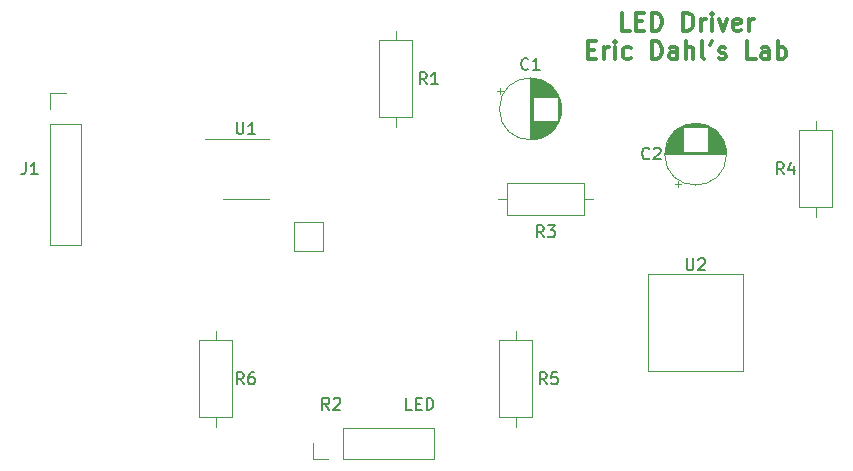
<source format=gto>
%TF.GenerationSoftware,KiCad,Pcbnew,(6.0.2-0)*%
%TF.CreationDate,2022-08-31T15:30:50-04:00*%
%TF.ProjectId,LED Driver,4c454420-4472-4697-9665-722e6b696361,rev?*%
%TF.SameCoordinates,Original*%
%TF.FileFunction,Legend,Top*%
%TF.FilePolarity,Positive*%
%FSLAX46Y46*%
G04 Gerber Fmt 4.6, Leading zero omitted, Abs format (unit mm)*
G04 Created by KiCad (PCBNEW (6.0.2-0)) date 2022-08-31 15:30:50*
%MOMM*%
%LPD*%
G01*
G04 APERTURE LIST*
%ADD10C,0.150000*%
%ADD11C,0.300000*%
%ADD12C,0.120000*%
G04 APERTURE END LIST*
D10*
X127373142Y-137739380D02*
X126896952Y-137739380D01*
X126896952Y-136739380D01*
X127706476Y-137215571D02*
X128039809Y-137215571D01*
X128182666Y-137739380D02*
X127706476Y-137739380D01*
X127706476Y-136739380D01*
X128182666Y-136739380D01*
X128611238Y-137739380D02*
X128611238Y-136739380D01*
X128849333Y-136739380D01*
X128992190Y-136787000D01*
X129087428Y-136882238D01*
X129135047Y-136977476D01*
X129182666Y-137167952D01*
X129182666Y-137310809D01*
X129135047Y-137501285D01*
X129087428Y-137596523D01*
X128992190Y-137691761D01*
X128849333Y-137739380D01*
X128611238Y-137739380D01*
X120356333Y-137739380D02*
X120023000Y-137263190D01*
X119784904Y-137739380D02*
X119784904Y-136739380D01*
X120165857Y-136739380D01*
X120261095Y-136787000D01*
X120308714Y-136834619D01*
X120356333Y-136929857D01*
X120356333Y-137072714D01*
X120308714Y-137167952D01*
X120261095Y-137215571D01*
X120165857Y-137263190D01*
X119784904Y-137263190D01*
X120737285Y-136834619D02*
X120784904Y-136787000D01*
X120880142Y-136739380D01*
X121118238Y-136739380D01*
X121213476Y-136787000D01*
X121261095Y-136834619D01*
X121308714Y-136929857D01*
X121308714Y-137025095D01*
X121261095Y-137167952D01*
X120689666Y-137739380D01*
X121308714Y-137739380D01*
D11*
X145836285Y-105643071D02*
X145122000Y-105643071D01*
X145122000Y-104143071D01*
X146336285Y-104857357D02*
X146836285Y-104857357D01*
X147050571Y-105643071D02*
X146336285Y-105643071D01*
X146336285Y-104143071D01*
X147050571Y-104143071D01*
X147693428Y-105643071D02*
X147693428Y-104143071D01*
X148050571Y-104143071D01*
X148264857Y-104214500D01*
X148407714Y-104357357D01*
X148479142Y-104500214D01*
X148550571Y-104785928D01*
X148550571Y-105000214D01*
X148479142Y-105285928D01*
X148407714Y-105428785D01*
X148264857Y-105571642D01*
X148050571Y-105643071D01*
X147693428Y-105643071D01*
X150336285Y-105643071D02*
X150336285Y-104143071D01*
X150693428Y-104143071D01*
X150907714Y-104214500D01*
X151050571Y-104357357D01*
X151122000Y-104500214D01*
X151193428Y-104785928D01*
X151193428Y-105000214D01*
X151122000Y-105285928D01*
X151050571Y-105428785D01*
X150907714Y-105571642D01*
X150693428Y-105643071D01*
X150336285Y-105643071D01*
X151836285Y-105643071D02*
X151836285Y-104643071D01*
X151836285Y-104928785D02*
X151907714Y-104785928D01*
X151979142Y-104714500D01*
X152122000Y-104643071D01*
X152264857Y-104643071D01*
X152764857Y-105643071D02*
X152764857Y-104643071D01*
X152764857Y-104143071D02*
X152693428Y-104214500D01*
X152764857Y-104285928D01*
X152836285Y-104214500D01*
X152764857Y-104143071D01*
X152764857Y-104285928D01*
X153336285Y-104643071D02*
X153693428Y-105643071D01*
X154050571Y-104643071D01*
X155193428Y-105571642D02*
X155050571Y-105643071D01*
X154764857Y-105643071D01*
X154622000Y-105571642D01*
X154550571Y-105428785D01*
X154550571Y-104857357D01*
X154622000Y-104714500D01*
X154764857Y-104643071D01*
X155050571Y-104643071D01*
X155193428Y-104714500D01*
X155264857Y-104857357D01*
X155264857Y-105000214D01*
X154550571Y-105143071D01*
X155907714Y-105643071D02*
X155907714Y-104643071D01*
X155907714Y-104928785D02*
X155979142Y-104785928D01*
X156050571Y-104714500D01*
X156193428Y-104643071D01*
X156336285Y-104643071D01*
X142264857Y-107272357D02*
X142764857Y-107272357D01*
X142979142Y-108058071D02*
X142264857Y-108058071D01*
X142264857Y-106558071D01*
X142979142Y-106558071D01*
X143622000Y-108058071D02*
X143622000Y-107058071D01*
X143622000Y-107343785D02*
X143693428Y-107200928D01*
X143764857Y-107129500D01*
X143907714Y-107058071D01*
X144050571Y-107058071D01*
X144550571Y-108058071D02*
X144550571Y-107058071D01*
X144550571Y-106558071D02*
X144479142Y-106629500D01*
X144550571Y-106700928D01*
X144622000Y-106629500D01*
X144550571Y-106558071D01*
X144550571Y-106700928D01*
X145907714Y-107986642D02*
X145764857Y-108058071D01*
X145479142Y-108058071D01*
X145336285Y-107986642D01*
X145264857Y-107915214D01*
X145193428Y-107772357D01*
X145193428Y-107343785D01*
X145264857Y-107200928D01*
X145336285Y-107129500D01*
X145479142Y-107058071D01*
X145764857Y-107058071D01*
X145907714Y-107129500D01*
X147693428Y-108058071D02*
X147693428Y-106558071D01*
X148050571Y-106558071D01*
X148264857Y-106629500D01*
X148407714Y-106772357D01*
X148479142Y-106915214D01*
X148550571Y-107200928D01*
X148550571Y-107415214D01*
X148479142Y-107700928D01*
X148407714Y-107843785D01*
X148264857Y-107986642D01*
X148050571Y-108058071D01*
X147693428Y-108058071D01*
X149836285Y-108058071D02*
X149836285Y-107272357D01*
X149764857Y-107129500D01*
X149622000Y-107058071D01*
X149336285Y-107058071D01*
X149193428Y-107129500D01*
X149836285Y-107986642D02*
X149693428Y-108058071D01*
X149336285Y-108058071D01*
X149193428Y-107986642D01*
X149122000Y-107843785D01*
X149122000Y-107700928D01*
X149193428Y-107558071D01*
X149336285Y-107486642D01*
X149693428Y-107486642D01*
X149836285Y-107415214D01*
X150550571Y-108058071D02*
X150550571Y-106558071D01*
X151193428Y-108058071D02*
X151193428Y-107272357D01*
X151122000Y-107129500D01*
X150979142Y-107058071D01*
X150764857Y-107058071D01*
X150622000Y-107129500D01*
X150550571Y-107200928D01*
X152122000Y-108058071D02*
X151979142Y-107986642D01*
X151907714Y-107843785D01*
X151907714Y-106558071D01*
X152764857Y-106558071D02*
X152622000Y-106843785D01*
X153336285Y-107986642D02*
X153479142Y-108058071D01*
X153764857Y-108058071D01*
X153907714Y-107986642D01*
X153979142Y-107843785D01*
X153979142Y-107772357D01*
X153907714Y-107629500D01*
X153764857Y-107558071D01*
X153550571Y-107558071D01*
X153407714Y-107486642D01*
X153336285Y-107343785D01*
X153336285Y-107272357D01*
X153407714Y-107129500D01*
X153550571Y-107058071D01*
X153764857Y-107058071D01*
X153907714Y-107129500D01*
X156479142Y-108058071D02*
X155764857Y-108058071D01*
X155764857Y-106558071D01*
X157622000Y-108058071D02*
X157622000Y-107272357D01*
X157550571Y-107129500D01*
X157407714Y-107058071D01*
X157122000Y-107058071D01*
X156979142Y-107129500D01*
X157622000Y-107986642D02*
X157479142Y-108058071D01*
X157122000Y-108058071D01*
X156979142Y-107986642D01*
X156907714Y-107843785D01*
X156907714Y-107700928D01*
X156979142Y-107558071D01*
X157122000Y-107486642D01*
X157479142Y-107486642D01*
X157622000Y-107415214D01*
X158336285Y-108058071D02*
X158336285Y-106558071D01*
X158336285Y-107129500D02*
X158479142Y-107058071D01*
X158764857Y-107058071D01*
X158907714Y-107129500D01*
X158979142Y-107200928D01*
X159050571Y-107343785D01*
X159050571Y-107772357D01*
X158979142Y-107915214D01*
X158907714Y-107986642D01*
X158764857Y-108058071D01*
X158479142Y-108058071D01*
X158336285Y-107986642D01*
D10*
%TO.C,J1*%
X94662666Y-116800380D02*
X94662666Y-117514666D01*
X94615047Y-117657523D01*
X94519809Y-117752761D01*
X94376952Y-117800380D01*
X94281714Y-117800380D01*
X95662666Y-117800380D02*
X95091238Y-117800380D01*
X95376952Y-117800380D02*
X95376952Y-116800380D01*
X95281714Y-116943238D01*
X95186476Y-117038476D01*
X95091238Y-117086095D01*
%TO.C,C2*%
X147467333Y-116455142D02*
X147419714Y-116502761D01*
X147276857Y-116550380D01*
X147181619Y-116550380D01*
X147038761Y-116502761D01*
X146943523Y-116407523D01*
X146895904Y-116312285D01*
X146848285Y-116121809D01*
X146848285Y-115978952D01*
X146895904Y-115788476D01*
X146943523Y-115693238D01*
X147038761Y-115598000D01*
X147181619Y-115550380D01*
X147276857Y-115550380D01*
X147419714Y-115598000D01*
X147467333Y-115645619D01*
X147848285Y-115645619D02*
X147895904Y-115598000D01*
X147991142Y-115550380D01*
X148229238Y-115550380D01*
X148324476Y-115598000D01*
X148372095Y-115645619D01*
X148419714Y-115740857D01*
X148419714Y-115836095D01*
X148372095Y-115978952D01*
X147800666Y-116550380D01*
X148419714Y-116550380D01*
%TO.C,R1*%
X128611333Y-110180380D02*
X128278000Y-109704190D01*
X128039904Y-110180380D02*
X128039904Y-109180380D01*
X128420857Y-109180380D01*
X128516095Y-109228000D01*
X128563714Y-109275619D01*
X128611333Y-109370857D01*
X128611333Y-109513714D01*
X128563714Y-109608952D01*
X128516095Y-109656571D01*
X128420857Y-109704190D01*
X128039904Y-109704190D01*
X129563714Y-110180380D02*
X128992285Y-110180380D01*
X129278000Y-110180380D02*
X129278000Y-109180380D01*
X129182761Y-109323238D01*
X129087523Y-109418476D01*
X128992285Y-109466095D01*
%TO.C,U1*%
X112522095Y-113400380D02*
X112522095Y-114209904D01*
X112569714Y-114305142D01*
X112617333Y-114352761D01*
X112712571Y-114400380D01*
X112903047Y-114400380D01*
X112998285Y-114352761D01*
X113045904Y-114305142D01*
X113093523Y-114209904D01*
X113093523Y-113400380D01*
X114093523Y-114400380D02*
X113522095Y-114400380D01*
X113807809Y-114400380D02*
X113807809Y-113400380D01*
X113712571Y-113543238D01*
X113617333Y-113638476D01*
X113522095Y-113686095D01*
%TO.C,C1*%
X137227333Y-108875142D02*
X137179714Y-108922761D01*
X137036857Y-108970380D01*
X136941619Y-108970380D01*
X136798761Y-108922761D01*
X136703523Y-108827523D01*
X136655904Y-108732285D01*
X136608285Y-108541809D01*
X136608285Y-108398952D01*
X136655904Y-108208476D01*
X136703523Y-108113238D01*
X136798761Y-108018000D01*
X136941619Y-107970380D01*
X137036857Y-107970380D01*
X137179714Y-108018000D01*
X137227333Y-108065619D01*
X138179714Y-108970380D02*
X137608285Y-108970380D01*
X137894000Y-108970380D02*
X137894000Y-107970380D01*
X137798761Y-108113238D01*
X137703523Y-108208476D01*
X137608285Y-108256095D01*
%TO.C,R5*%
X138771333Y-135580380D02*
X138438000Y-135104190D01*
X138199904Y-135580380D02*
X138199904Y-134580380D01*
X138580857Y-134580380D01*
X138676095Y-134628000D01*
X138723714Y-134675619D01*
X138771333Y-134770857D01*
X138771333Y-134913714D01*
X138723714Y-135008952D01*
X138676095Y-135056571D01*
X138580857Y-135104190D01*
X138199904Y-135104190D01*
X139676095Y-134580380D02*
X139199904Y-134580380D01*
X139152285Y-135056571D01*
X139199904Y-135008952D01*
X139295142Y-134961333D01*
X139533238Y-134961333D01*
X139628476Y-135008952D01*
X139676095Y-135056571D01*
X139723714Y-135151809D01*
X139723714Y-135389904D01*
X139676095Y-135485142D01*
X139628476Y-135532761D01*
X139533238Y-135580380D01*
X139295142Y-135580380D01*
X139199904Y-135532761D01*
X139152285Y-135485142D01*
%TO.C,U2*%
X150622095Y-124928380D02*
X150622095Y-125737904D01*
X150669714Y-125833142D01*
X150717333Y-125880761D01*
X150812571Y-125928380D01*
X151003047Y-125928380D01*
X151098285Y-125880761D01*
X151145904Y-125833142D01*
X151193523Y-125737904D01*
X151193523Y-124928380D01*
X151622095Y-125023619D02*
X151669714Y-124976000D01*
X151764952Y-124928380D01*
X152003047Y-124928380D01*
X152098285Y-124976000D01*
X152145904Y-125023619D01*
X152193523Y-125118857D01*
X152193523Y-125214095D01*
X152145904Y-125356952D01*
X151574476Y-125928380D01*
X152193523Y-125928380D01*
%TO.C,R3*%
X138517333Y-123134380D02*
X138184000Y-122658190D01*
X137945904Y-123134380D02*
X137945904Y-122134380D01*
X138326857Y-122134380D01*
X138422095Y-122182000D01*
X138469714Y-122229619D01*
X138517333Y-122324857D01*
X138517333Y-122467714D01*
X138469714Y-122562952D01*
X138422095Y-122610571D01*
X138326857Y-122658190D01*
X137945904Y-122658190D01*
X138850666Y-122134380D02*
X139469714Y-122134380D01*
X139136380Y-122515333D01*
X139279238Y-122515333D01*
X139374476Y-122562952D01*
X139422095Y-122610571D01*
X139469714Y-122705809D01*
X139469714Y-122943904D01*
X139422095Y-123039142D01*
X139374476Y-123086761D01*
X139279238Y-123134380D01*
X138993523Y-123134380D01*
X138898285Y-123086761D01*
X138850666Y-123039142D01*
%TO.C,R6*%
X113117333Y-135580380D02*
X112784000Y-135104190D01*
X112545904Y-135580380D02*
X112545904Y-134580380D01*
X112926857Y-134580380D01*
X113022095Y-134628000D01*
X113069714Y-134675619D01*
X113117333Y-134770857D01*
X113117333Y-134913714D01*
X113069714Y-135008952D01*
X113022095Y-135056571D01*
X112926857Y-135104190D01*
X112545904Y-135104190D01*
X113974476Y-134580380D02*
X113784000Y-134580380D01*
X113688761Y-134628000D01*
X113641142Y-134675619D01*
X113545904Y-134818476D01*
X113498285Y-135008952D01*
X113498285Y-135389904D01*
X113545904Y-135485142D01*
X113593523Y-135532761D01*
X113688761Y-135580380D01*
X113879238Y-135580380D01*
X113974476Y-135532761D01*
X114022095Y-135485142D01*
X114069714Y-135389904D01*
X114069714Y-135151809D01*
X114022095Y-135056571D01*
X113974476Y-135008952D01*
X113879238Y-134961333D01*
X113688761Y-134961333D01*
X113593523Y-135008952D01*
X113545904Y-135056571D01*
X113498285Y-135151809D01*
%TO.C,R4*%
X158837333Y-117800380D02*
X158504000Y-117324190D01*
X158265904Y-117800380D02*
X158265904Y-116800380D01*
X158646857Y-116800380D01*
X158742095Y-116848000D01*
X158789714Y-116895619D01*
X158837333Y-116990857D01*
X158837333Y-117133714D01*
X158789714Y-117228952D01*
X158742095Y-117276571D01*
X158646857Y-117324190D01*
X158265904Y-117324190D01*
X159694476Y-117133714D02*
X159694476Y-117800380D01*
X159456380Y-116752761D02*
X159218285Y-117467047D01*
X159837333Y-117467047D01*
D12*
%TO.C,J2*%
X121549000Y-139259000D02*
X129229000Y-139259000D01*
X120279000Y-141919000D02*
X118949000Y-141919000D01*
X129229000Y-141919000D02*
X129229000Y-139259000D01*
X121549000Y-141919000D02*
X121549000Y-139259000D01*
X118949000Y-141919000D02*
X118949000Y-140589000D01*
X121549000Y-141919000D02*
X129229000Y-141919000D01*
%TO.C,J1*%
X96714000Y-110938000D02*
X98044000Y-110938000D01*
X99374000Y-113538000D02*
X99374000Y-123758000D01*
X96714000Y-123758000D02*
X99374000Y-123758000D01*
X96714000Y-113538000D02*
X96714000Y-123758000D01*
X96714000Y-112268000D02*
X96714000Y-110938000D01*
X96714000Y-113538000D02*
X99374000Y-113538000D01*
%TO.C,C2*%
X152424000Y-114857000D02*
X153652000Y-114857000D01*
X152424000Y-115498000D02*
X153895000Y-115498000D01*
X150866000Y-113537000D02*
X151902000Y-113537000D01*
X148823000Y-115778000D02*
X150344000Y-115778000D01*
X148805000Y-116018000D02*
X153963000Y-116018000D01*
X149002000Y-115097000D02*
X150344000Y-115097000D01*
X148883000Y-115458000D02*
X150344000Y-115458000D01*
X148804000Y-116098000D02*
X153964000Y-116098000D01*
X148804000Y-116058000D02*
X153964000Y-116058000D01*
X149094000Y-114897000D02*
X150344000Y-114897000D01*
X152424000Y-114697000D02*
X153559000Y-114697000D01*
X152424000Y-114137000D02*
X153083000Y-114137000D01*
X149599000Y-114217000D02*
X150344000Y-114217000D01*
X152424000Y-113977000D02*
X152884000Y-113977000D01*
X148864000Y-115538000D02*
X150344000Y-115538000D01*
X152424000Y-114497000D02*
X153419000Y-114497000D01*
X152424000Y-115658000D02*
X153927000Y-115658000D01*
X149909000Y-118902775D02*
X149909000Y-118402775D01*
X148819000Y-115818000D02*
X150344000Y-115818000D01*
X152424000Y-114737000D02*
X153584000Y-114737000D01*
X148956000Y-115217000D02*
X150344000Y-115217000D01*
X149055000Y-114977000D02*
X150344000Y-114977000D01*
X148873000Y-115498000D02*
X150344000Y-115498000D01*
X149349000Y-114497000D02*
X150344000Y-114497000D01*
X149036000Y-115017000D02*
X150344000Y-115017000D01*
X149262000Y-114617000D02*
X150344000Y-114617000D01*
X152424000Y-115337000D02*
X153852000Y-115337000D01*
X152424000Y-115458000D02*
X153885000Y-115458000D01*
X148893000Y-115418000D02*
X150344000Y-115418000D01*
X150707000Y-113577000D02*
X152061000Y-113577000D01*
X152424000Y-114177000D02*
X153127000Y-114177000D01*
X149074000Y-114937000D02*
X150344000Y-114937000D01*
X152424000Y-115738000D02*
X153940000Y-115738000D01*
X149160000Y-114777000D02*
X150344000Y-114777000D01*
X152424000Y-114977000D02*
X153713000Y-114977000D01*
X148848000Y-115618000D02*
X150344000Y-115618000D01*
X152424000Y-115618000D02*
X153920000Y-115618000D01*
X151100000Y-113497000D02*
X151668000Y-113497000D01*
X152424000Y-114377000D02*
X153321000Y-114377000D01*
X152424000Y-114657000D02*
X153533000Y-114657000D01*
X148986000Y-115137000D02*
X150344000Y-115137000D01*
X152424000Y-114617000D02*
X153506000Y-114617000D01*
X149830000Y-114017000D02*
X150344000Y-114017000D01*
X150206000Y-113777000D02*
X152562000Y-113777000D01*
X152424000Y-114537000D02*
X153449000Y-114537000D01*
X152424000Y-114017000D02*
X152938000Y-114017000D01*
X148970000Y-115177000D02*
X150344000Y-115177000D01*
X152424000Y-114217000D02*
X153169000Y-114217000D01*
X150579000Y-113617000D02*
X152189000Y-113617000D01*
X152424000Y-114577000D02*
X153479000Y-114577000D01*
X149116000Y-114857000D02*
X150344000Y-114857000D01*
X148916000Y-115337000D02*
X150344000Y-115337000D01*
X150133000Y-113817000D02*
X150344000Y-113817000D01*
X152424000Y-114457000D02*
X153388000Y-114457000D01*
X152424000Y-115257000D02*
X153826000Y-115257000D01*
X149289000Y-114577000D02*
X150344000Y-114577000D01*
X149184000Y-114737000D02*
X150344000Y-114737000D01*
X152424000Y-113937000D02*
X152827000Y-113937000D01*
X149941000Y-113937000D02*
X150344000Y-113937000D01*
X148904000Y-115377000D02*
X150344000Y-115377000D01*
X149235000Y-114657000D02*
X150344000Y-114657000D01*
X148856000Y-115578000D02*
X150344000Y-115578000D01*
X152424000Y-114257000D02*
X153210000Y-114257000D01*
X148808000Y-115938000D02*
X153960000Y-115938000D01*
X149483000Y-114337000D02*
X150344000Y-114337000D01*
X150001000Y-113897000D02*
X150344000Y-113897000D01*
X149019000Y-115057000D02*
X150344000Y-115057000D01*
X150469000Y-113657000D02*
X152299000Y-113657000D01*
X152424000Y-115418000D02*
X153875000Y-115418000D01*
X152424000Y-114817000D02*
X153631000Y-114817000D01*
X152424000Y-115578000D02*
X153912000Y-115578000D01*
X149659000Y-118652775D02*
X150159000Y-118652775D01*
X152424000Y-114937000D02*
X153694000Y-114937000D01*
X152424000Y-115778000D02*
X153945000Y-115778000D01*
X149413000Y-114417000D02*
X150344000Y-114417000D01*
X152424000Y-114057000D02*
X152989000Y-114057000D01*
X152424000Y-115698000D02*
X153934000Y-115698000D01*
X150286000Y-113737000D02*
X152482000Y-113737000D01*
X152424000Y-114777000D02*
X153608000Y-114777000D01*
X152424000Y-115377000D02*
X153864000Y-115377000D01*
X148828000Y-115738000D02*
X150344000Y-115738000D01*
X148815000Y-115858000D02*
X150344000Y-115858000D01*
X152424000Y-113897000D02*
X152767000Y-113897000D01*
X149731000Y-114097000D02*
X150344000Y-114097000D01*
X152424000Y-114297000D02*
X153248000Y-114297000D01*
X148806000Y-115978000D02*
X153962000Y-115978000D01*
X152424000Y-115097000D02*
X153766000Y-115097000D01*
X148942000Y-115257000D02*
X150344000Y-115257000D01*
X148929000Y-115297000D02*
X150344000Y-115297000D01*
X152424000Y-115297000D02*
X153839000Y-115297000D01*
X152424000Y-113817000D02*
X152635000Y-113817000D01*
X152424000Y-115137000D02*
X153782000Y-115137000D01*
X152424000Y-114337000D02*
X153285000Y-114337000D01*
X152424000Y-115057000D02*
X153749000Y-115057000D01*
X152424000Y-115818000D02*
X153949000Y-115818000D01*
X152424000Y-115538000D02*
X153904000Y-115538000D01*
X149447000Y-114377000D02*
X150344000Y-114377000D01*
X149520000Y-114297000D02*
X150344000Y-114297000D01*
X148841000Y-115658000D02*
X150344000Y-115658000D01*
X149380000Y-114457000D02*
X150344000Y-114457000D01*
X149884000Y-113977000D02*
X150344000Y-113977000D01*
X152424000Y-115217000D02*
X153812000Y-115217000D01*
X148811000Y-115898000D02*
X153957000Y-115898000D01*
X149209000Y-114697000D02*
X150344000Y-114697000D01*
X152424000Y-115858000D02*
X153953000Y-115858000D01*
X152424000Y-114097000D02*
X153037000Y-114097000D01*
X152424000Y-115177000D02*
X153798000Y-115177000D01*
X149558000Y-114257000D02*
X150344000Y-114257000D01*
X149779000Y-114057000D02*
X150344000Y-114057000D01*
X149319000Y-114537000D02*
X150344000Y-114537000D01*
X148834000Y-115698000D02*
X150344000Y-115698000D01*
X152424000Y-114897000D02*
X153674000Y-114897000D01*
X149685000Y-114137000D02*
X150344000Y-114137000D01*
X152424000Y-113857000D02*
X152703000Y-113857000D01*
X149641000Y-114177000D02*
X150344000Y-114177000D01*
X152424000Y-114417000D02*
X153355000Y-114417000D01*
X150065000Y-113857000D02*
X150344000Y-113857000D01*
X150373000Y-113697000D02*
X152395000Y-113697000D01*
X149137000Y-114817000D02*
X150344000Y-114817000D01*
X152424000Y-115017000D02*
X153732000Y-115017000D01*
X154004000Y-116098000D02*
G75*
G03*
X154004000Y-116098000I-2620000J0D01*
G01*
%TO.C,R1*%
X127354000Y-106458000D02*
X124614000Y-106458000D01*
X125984000Y-113768000D02*
X125984000Y-112998000D01*
X124614000Y-106458000D02*
X124614000Y-112998000D01*
X127354000Y-112998000D02*
X127354000Y-106458000D01*
X125984000Y-105688000D02*
X125984000Y-106458000D01*
X124614000Y-112998000D02*
X127354000Y-112998000D01*
%TO.C,REF\u002A\u002A*%
X119818000Y-124263000D02*
X117418000Y-124263000D01*
X117418000Y-124263000D02*
X117418000Y-121863000D01*
X119818000Y-121863000D02*
X119818000Y-124263000D01*
X117418000Y-121863000D02*
X119818000Y-121863000D01*
%TO.C,U1*%
X113284000Y-119908000D02*
X115234000Y-119908000D01*
X113284000Y-114788000D02*
X115234000Y-114788000D01*
X113284000Y-114788000D02*
X109834000Y-114788000D01*
X113284000Y-119908000D02*
X111334000Y-119908000D01*
%TO.C,C1*%
X137914000Y-109740000D02*
X137914000Y-111228000D01*
X139435000Y-110663000D02*
X139435000Y-111228000D01*
X138395000Y-113308000D02*
X138395000Y-114650000D01*
X139035000Y-110264000D02*
X139035000Y-111228000D01*
X137834000Y-109725000D02*
X137834000Y-111228000D01*
X139235000Y-110442000D02*
X139235000Y-111228000D01*
X137714000Y-109707000D02*
X137714000Y-111228000D01*
X138595000Y-109978000D02*
X138595000Y-111228000D01*
X138155000Y-109800000D02*
X138155000Y-111228000D01*
X137594000Y-109695000D02*
X137594000Y-114841000D01*
X137474000Y-109689000D02*
X137474000Y-114847000D01*
X137754000Y-109712000D02*
X137754000Y-111228000D01*
X139635000Y-110949000D02*
X139635000Y-111228000D01*
X138795000Y-113308000D02*
X138795000Y-114443000D01*
X138875000Y-110146000D02*
X138875000Y-111228000D01*
X139515000Y-113308000D02*
X139515000Y-113768000D01*
X139635000Y-113308000D02*
X139635000Y-113587000D01*
X138515000Y-113308000D02*
X138515000Y-114597000D01*
X139355000Y-110569000D02*
X139355000Y-111228000D01*
X139555000Y-113308000D02*
X139555000Y-113711000D01*
X138074000Y-109777000D02*
X138074000Y-111228000D01*
X138835000Y-113308000D02*
X138835000Y-114417000D01*
X138115000Y-113308000D02*
X138115000Y-114748000D01*
X138675000Y-113308000D02*
X138675000Y-114515000D01*
X138395000Y-109886000D02*
X138395000Y-111228000D01*
X139675000Y-111017000D02*
X139675000Y-111228000D01*
X138034000Y-113308000D02*
X138034000Y-114769000D01*
X138355000Y-113308000D02*
X138355000Y-114666000D01*
X138555000Y-109958000D02*
X138555000Y-111228000D01*
X139795000Y-111257000D02*
X139795000Y-113279000D01*
X138995000Y-113308000D02*
X138995000Y-114303000D01*
X137714000Y-113308000D02*
X137714000Y-114829000D01*
X137834000Y-113308000D02*
X137834000Y-114811000D01*
X137794000Y-113308000D02*
X137794000Y-114818000D01*
X137994000Y-113308000D02*
X137994000Y-114779000D01*
X138355000Y-109870000D02*
X138355000Y-111228000D01*
X139115000Y-110331000D02*
X139115000Y-111228000D01*
X138995000Y-110233000D02*
X138995000Y-111228000D01*
X138435000Y-113308000D02*
X138435000Y-114633000D01*
X137554000Y-109692000D02*
X137554000Y-114844000D01*
X139235000Y-113308000D02*
X139235000Y-114094000D01*
X138915000Y-110173000D02*
X138915000Y-111228000D01*
X139355000Y-113308000D02*
X139355000Y-113967000D01*
X139595000Y-113308000D02*
X139595000Y-113651000D01*
X137954000Y-109748000D02*
X137954000Y-111228000D01*
X138915000Y-113308000D02*
X138915000Y-114363000D01*
X138435000Y-109903000D02*
X138435000Y-111228000D01*
X139195000Y-113308000D02*
X139195000Y-114132000D01*
X138955000Y-110203000D02*
X138955000Y-111228000D01*
X138755000Y-110068000D02*
X138755000Y-111228000D01*
X139755000Y-111170000D02*
X139755000Y-113366000D01*
X139715000Y-111090000D02*
X139715000Y-113446000D01*
X138635000Y-110000000D02*
X138635000Y-111228000D01*
X139955000Y-111750000D02*
X139955000Y-112786000D01*
X138315000Y-109854000D02*
X138315000Y-111228000D01*
X138275000Y-113308000D02*
X138275000Y-114696000D01*
X138955000Y-113308000D02*
X138955000Y-114333000D01*
X138475000Y-109920000D02*
X138475000Y-111228000D01*
X139875000Y-111463000D02*
X139875000Y-113073000D01*
X139275000Y-113308000D02*
X139275000Y-114053000D01*
X137674000Y-109703000D02*
X137674000Y-111228000D01*
X138074000Y-113308000D02*
X138074000Y-114759000D01*
X137874000Y-113308000D02*
X137874000Y-114804000D01*
X139315000Y-110525000D02*
X139315000Y-111228000D01*
X139595000Y-110885000D02*
X139595000Y-111228000D01*
X138475000Y-113308000D02*
X138475000Y-114616000D01*
X138835000Y-110119000D02*
X138835000Y-111228000D01*
X138715000Y-110044000D02*
X138715000Y-111228000D01*
X137674000Y-113308000D02*
X137674000Y-114833000D01*
X139155000Y-110367000D02*
X139155000Y-111228000D01*
X138515000Y-109939000D02*
X138515000Y-111228000D01*
X139835000Y-111353000D02*
X139835000Y-113183000D01*
X139315000Y-113308000D02*
X139315000Y-114011000D01*
X138795000Y-110093000D02*
X138795000Y-111228000D01*
X139995000Y-111984000D02*
X139995000Y-112552000D01*
X138675000Y-110021000D02*
X138675000Y-111228000D01*
X138635000Y-113308000D02*
X138635000Y-114536000D01*
X138555000Y-113308000D02*
X138555000Y-114578000D01*
X139195000Y-110404000D02*
X139195000Y-111228000D01*
X138195000Y-109813000D02*
X138195000Y-111228000D01*
X139155000Y-113308000D02*
X139155000Y-114169000D01*
X137954000Y-113308000D02*
X137954000Y-114788000D01*
X139395000Y-113308000D02*
X139395000Y-113921000D01*
X139035000Y-113308000D02*
X139035000Y-114272000D01*
X138715000Y-113308000D02*
X138715000Y-114492000D01*
X138275000Y-109840000D02*
X138275000Y-111228000D01*
X137634000Y-113308000D02*
X137634000Y-114837000D01*
X137754000Y-113308000D02*
X137754000Y-114824000D01*
X139115000Y-113308000D02*
X139115000Y-114205000D01*
X138235000Y-113308000D02*
X138235000Y-114710000D01*
X134589225Y-110793000D02*
X135089225Y-110793000D01*
X139675000Y-113308000D02*
X139675000Y-113519000D01*
X137434000Y-109688000D02*
X137434000Y-114848000D01*
X139555000Y-110825000D02*
X139555000Y-111228000D01*
X137874000Y-109732000D02*
X137874000Y-111228000D01*
X138315000Y-113308000D02*
X138315000Y-114682000D01*
X134839225Y-110543000D02*
X134839225Y-111043000D01*
X138115000Y-109788000D02*
X138115000Y-111228000D01*
X139475000Y-110714000D02*
X139475000Y-111228000D01*
X137914000Y-113308000D02*
X137914000Y-114796000D01*
X139075000Y-110297000D02*
X139075000Y-111228000D01*
X137994000Y-109757000D02*
X137994000Y-111228000D01*
X139275000Y-110483000D02*
X139275000Y-111228000D01*
X139915000Y-111591000D02*
X139915000Y-112945000D01*
X138595000Y-113308000D02*
X138595000Y-114558000D01*
X137794000Y-109718000D02*
X137794000Y-111228000D01*
X139515000Y-110768000D02*
X139515000Y-111228000D01*
X139395000Y-110615000D02*
X139395000Y-111228000D01*
X138755000Y-113308000D02*
X138755000Y-114468000D01*
X138155000Y-113308000D02*
X138155000Y-114736000D01*
X137634000Y-109699000D02*
X137634000Y-111228000D01*
X138034000Y-109767000D02*
X138034000Y-111228000D01*
X137394000Y-109688000D02*
X137394000Y-114848000D01*
X138235000Y-109826000D02*
X138235000Y-111228000D01*
X137514000Y-109690000D02*
X137514000Y-114846000D01*
X139075000Y-113308000D02*
X139075000Y-114239000D01*
X139435000Y-113308000D02*
X139435000Y-113873000D01*
X138875000Y-113308000D02*
X138875000Y-114390000D01*
X139475000Y-113308000D02*
X139475000Y-113822000D01*
X138195000Y-113308000D02*
X138195000Y-114723000D01*
X140014000Y-112268000D02*
G75*
G03*
X140014000Y-112268000I-2620000J0D01*
G01*
%TO.C,R5*%
X136144000Y-131088000D02*
X136144000Y-131858000D01*
X134774000Y-138398000D02*
X137514000Y-138398000D01*
X134774000Y-131858000D02*
X134774000Y-138398000D01*
X137514000Y-138398000D02*
X137514000Y-131858000D01*
X136144000Y-139168000D02*
X136144000Y-138398000D01*
X137514000Y-131858000D02*
X134774000Y-131858000D01*
%TO.C,U2*%
X147334000Y-126268000D02*
X155434000Y-126268000D01*
X155434000Y-126268000D02*
X155434000Y-134498000D01*
X155434000Y-134498000D02*
X147334000Y-134498000D01*
X147334000Y-134498000D02*
X147334000Y-126268000D01*
%TO.C,R3*%
X141954000Y-121258000D02*
X141954000Y-118518000D01*
X134644000Y-119888000D02*
X135414000Y-119888000D01*
X141954000Y-118518000D02*
X135414000Y-118518000D01*
X135414000Y-121258000D02*
X141954000Y-121258000D01*
X142724000Y-119888000D02*
X141954000Y-119888000D01*
X135414000Y-118518000D02*
X135414000Y-121258000D01*
%TO.C,R6*%
X109374000Y-131858000D02*
X109374000Y-138398000D01*
X112114000Y-131858000D02*
X109374000Y-131858000D01*
X112114000Y-138398000D02*
X112114000Y-131858000D01*
X110744000Y-139168000D02*
X110744000Y-138398000D01*
X109374000Y-138398000D02*
X112114000Y-138398000D01*
X110744000Y-131088000D02*
X110744000Y-131858000D01*
%TO.C,R4*%
X161544000Y-113308000D02*
X161544000Y-114078000D01*
X162914000Y-120618000D02*
X162914000Y-114078000D01*
X160174000Y-120618000D02*
X162914000Y-120618000D01*
X161544000Y-121388000D02*
X161544000Y-120618000D01*
X160174000Y-114078000D02*
X160174000Y-120618000D01*
X162914000Y-114078000D02*
X160174000Y-114078000D01*
%TD*%
M02*

</source>
